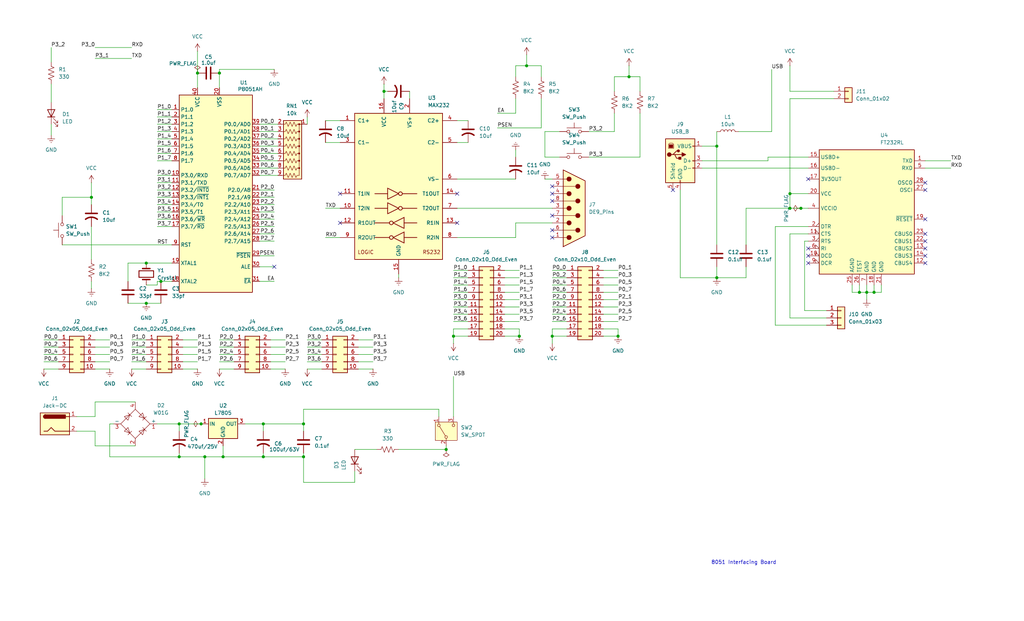
<source format=kicad_sch>
(kicad_sch (version 20250114) (generator "eeschema") (generator_version "9.0")
  (paper "USLegal")
  (lib_symbols
    (symbol "Connector:DE9_Pins" (pin_names (offset 1.016) (hide yes))
      (property "Reference" "J" (at 0 13.97 0))
      (property "Value" "DE9_Pins" (at 0 -14.605 0))
      (symbol "DE9_Pins_1_1"
        (pin passive line (at -7.62 10.16 0) (length 3.81) (name "5") (number "5"))
        (pin passive line (at -7.62 7.62 0) (length 3.81) (name "9") (number "9"))
        (pin passive line (at -7.62 5.08 0) (length 3.81) (name "4") (number "4"))
        (pin passive line (at -7.62 2.54 0) (length 3.81) (name "8") (number "8"))
        (pin passive line (at -7.62 0 0) (length 3.81) (name "3") (number "3"))
        (pin passive line (at -7.62 -2.54 0) (length 3.81) (name "7") (number "7"))
        (pin passive line (at -7.62 -5.08 0) (length 3.81) (name "2") (number "2"))
        (pin passive line (at -7.62 -7.62 0) (length 3.81) (name "6") (number "6"))
        (pin passive line (at -7.62 -10.16 0) (length 3.81) (name "1") (number "1"))
      )
    )
    (symbol "Connector:Jack-DC" (pin_names (offset 1.016))
      (property "Reference" "J" (at 0 5.334 0))
      (property "Value" "Jack-DC" (at 0 -5.08 0))
      (symbol "Jack-DC_1_1"
        (pin passive line (at 7.62 2.54 180) (length 2.54) (name "~") (number "1"))
        (pin passive line (at 7.62 -2.54 180) (length 2.54) (name "~") (number "2"))
      )
    )
    (symbol "Connector:USB_B" (pin_names (offset 1.016))
      (property "Reference" "J" (at -5.08 11.43 0))
      (property "Value" "USB_B" (at -5.08 8.89 0))
      (symbol "USB_B_1_1"
        (pin passive line (at -2.54 -10.16 90) (length 2.54) (name "Shield") (number "5"))
        (pin power_out line (at 0 -10.16 90) (length 2.54) (name "GND") (number "4"))
        (pin power_out line (at 7.62 5.08 180) (length 2.54) (name "VBUS") (number "1"))
        (pin bidirectional line (at 7.62 0 180) (length 2.54) (name "D+") (number "3"))
        (pin bidirectional line (at 7.62 -2.54 180) (length 2.54) (name "D-") (number "2"))
      )
    )
    (symbol "Connector_Generic:Conn_01x02" (pin_names (offset 1.016) (hide yes))
      (property "Reference" "J" (at 0 2.54 0))
      (property "Value" "Conn_01x02" (at 0 -5.08 0))
      (symbol "Conn_01x02_1_1"
        (pin passive line (at -5.08 0 0) (length 3.81) (name "Pin_1") (number "1"))
        (pin passive line (at -5.08 -2.54 0) (length 3.81) (name "Pin_2") (number "2"))
      )
    )
    (symbol "Connector_Generic:Conn_01x03" (pin_names (offset 1.016) (hide yes))
      (property "Reference" "J" (at 0 5.08 0))
      (property "Value" "Conn_01x03" (at 0 -5.08 0))
      (symbol "Conn_01x03_1_1"
        (pin passive line (at -5.08 2.54 0) (length 3.81) (name "Pin_1") (number "1"))
        (pin passive line (at -5.08 0 0) (length 3.81) (name "Pin_2") (number "2"))
        (pin passive line (at -5.08 -2.54 0) (length 3.81) (name "Pin_3") (number "3"))
      )
    )
    (symbol "Connector_Generic:Conn_02x05_Odd_Even" (pin_names (offset 1.016) (hide yes))
      (property "Reference" "J" (at 1.27 7.62 0))
      (property "Value" "Conn_02x05_Odd_Even" (at 1.27 -7.62 0))
      (symbol "Conn_02x05_Odd_Even_1_1"
        (pin passive line (at -5.08 5.08 0) (length 3.81) (name "Pin_1") (number "1"))
        (pin passive line (at -5.08 2.54 0) (length 3.81) (name "Pin_3") (number "3"))
        (pin passive line (at -5.08 0 0) (length 3.81) (name "Pin_5") (number "5"))
        (pin passive line (at -5.08 -2.54 0) (length 3.81) (name "Pin_7") (number "7"))
        (pin passive line (at -5.08 -5.08 0) (length 3.81) (name "Pin_9") (number "9"))
        (pin passive line (at 7.62 5.08 180) (length 3.81) (name "Pin_2") (number "2"))
        (pin passive line (at 7.62 2.54 180) (length 3.81) (name "Pin_4") (number "4"))
        (pin passive line (at 7.62 0 180) (length 3.81) (name "Pin_6") (number "6"))
        (pin passive line (at 7.62 -2.54 180) (length 3.81) (name "Pin_8") (number "8"))
        (pin passive line (at 7.62 -5.08 180) (length 3.81) (name "Pin_10") (number "10"))
      )
    )
    (symbol "Connector_Generic:Conn_02x10_Odd_Even" (pin_names (offset 1.016) (hide yes))
      (property "Reference" "J" (at 1.27 12.7 0))
      (property "Value" "Conn_02x10_Odd_Even" (at 1.27 -15.24 0))
      (symbol "Conn_02x10_Odd_Even_1_1"
        (pin passive line (at -5.08 10.16 0) (length 3.81) (name "Pin_1") (number "1"))
        (pin passive line (at -5.08 7.62 0) (length 3.81) (name "Pin_3") (number "3"))
        (pin passive line (at -5.08 5.08 0) (length 3.81) (name "Pin_5") (number "5"))
        (pin passive line (at -5.08 2.54 0) (length 3.81) (name "Pin_7") (number "7"))
        (pin passive line (at -5.08 0 0) (length 3.81) (name "Pin_9") (number "9"))
        (pin passive line (at -5.08 -2.54 0) (length 3.81) (name "Pin_11") (number "11"))
        (pin passive line (at -5.08 -5.08 0) (length 3.81) (name "Pin_13") (number "13"))
        (pin passive line (at -5.08 -7.62 0) (length 3.81) (name "Pin_15") (number "15"))
        (pin passive line (at -5.08 -10.16 0) (length 3.81) (name "Pin_17") (number "17"))
        (pin passive line (at -5.08 -12.7 0) (length 3.81) (name "Pin_19") (number "19"))
        (pin passive line (at 7.62 10.16 180) (length 3.81) (name "Pin_2") (number "2"))
        (pin passive line (at 7.62 7.62 180) (length 3.81) (name "Pin_4") (number "4"))
        (pin passive line (at 7.62 5.08 180) (length 3.81) (name "Pin_6") (number "6"))
        (pin passive line (at 7.62 2.54 180) (length 3.81) (name "Pin_8") (number "8"))
        (pin passive line (at 7.62 0 180) (length 3.81) (name "Pin_10") (number "10"))
        (pin passive line (at 7.62 -2.54 180) (length 3.81) (name "Pin_12") (number "12"))
        (pin passive line (at 7.62 -5.08 180) (length 3.81) (name "Pin_14") (number "14"))
        (pin passive line (at 7.62 -7.62 180) (length 3.81) (name "Pin_16") (number "16"))
        (pin passive line (at 7.62 -10.16 180) (length 3.81) (name "Pin_18") (number "18"))
        (pin passive line (at 7.62 -12.7 180) (length 3.81) (name "Pin_20") (number "20"))
      )
    )
    (symbol "Device:C" (pin_numbers (hide yes)) (pin_names (offset 0.254))
      (property "Reference" "C" (at 0.635 2.54 0))
      (property "Value" "C" (at 0.635 -2.54 0))
      (symbol "C_1_1"
        (pin passive line (at 0 3.81 270) (length 2.794) (name "~") (number "1"))
        (pin passive line (at 0 -3.81 90) (length 2.794) (name "~") (number "2"))
      )
    )
    (symbol "Device:C_US" (pin_numbers (hide yes)) (pin_names (offset 0.254) (hide yes))
      (property "Reference" "C" (at 0.635 2.54 0))
      (property "Value" "C_US" (at 0.635 -2.54 0))
      (symbol "C_US_1_1"
        (pin passive line (at 0 3.81 270) (length 2.794) (name "~") (number "1"))
        (pin passive line (at 0 -3.81 90) (length 3.302) (name "~") (number "2"))
      )
    )
    (symbol "Device:Crystal" (pin_numbers (hide yes)) (pin_names (offset 1.016) (hide yes))
      (property "Reference" "Y" (at 0 3.81 0))
      (property "Value" "Crystal" (at 0 -3.81 0))
      (symbol "Crystal_1_1"
        (pin passive line (at -3.81 0 0) (length 1.27) (name "1") (number "1"))
        (pin passive line (at 3.81 0 180) (length 1.27) (name "2") (number "2"))
      )
    )
    (symbol "Device:L" (pin_numbers (hide yes)) (pin_names (offset 1.016) (hide yes))
      (property "Reference" "L" (at -1.27 0 90))
      (property "Value" "L" (at 1.905 0 90))
      (symbol "L_1_1"
        (pin passive line (at 0 3.81 270) (length 1.27) (name "1") (number "1"))
        (pin passive line (at 0 -3.81 90) (length 1.27) (name "2") (number "2"))
      )
    )
    (symbol "Device:LED" (pin_numbers (hide yes)) (pin_names (offset 1.016) (hide yes))
      (property "Reference" "D" (at 0 2.54 0))
      (property "Value" "LED" (at 0 -2.54 0))
      (symbol "LED_1_1"
        (pin passive line (at -3.81 0 0) (length 2.54) (name "K") (number "1"))
        (pin passive line (at 3.81 0 180) (length 2.54) (name "A") (number "2"))
      )
    )
    (symbol "Device:R_Network08_US" (pin_names (offset 0) (hide yes))
      (property "Reference" "RN" (at -12.7 0 90))
      (property "Value" "R_Network08_US" (at 10.16 0 90))
      (symbol "R_Network08_US_1_1"
        (pin passive line (at -10.16 5.08 270) (length 2.54) (name "common") (number "1"))
        (pin passive line (at -10.16 -5.08 90) (length 1.27) (name "R1") (number "2"))
        (pin passive line (at -7.62 -5.08 90) (length 1.27) (name "R2") (number "3"))
        (pin passive line (at -5.08 -5.08 90) (length 1.27) (name "R3") (number "4"))
        (pin passive line (at -2.54 -5.08 90) (length 1.27) (name "R4") (number "5"))
        (pin passive line (at 0 -5.08 90) (length 1.27) (name "R5") (number "6"))
        (pin passive line (at 2.54 -5.08 90) (length 1.27) (name "R6") (number "7"))
        (pin passive line (at 5.08 -5.08 90) (length 1.27) (name "R7") (number "8"))
        (pin passive line (at 7.62 -5.08 90) (length 1.27) (name "R8") (number "9"))
      )
    )
    (symbol "Device:R_US" (pin_numbers (hide yes)) (pin_names (offset 0))
      (property "Reference" "R" (at 2.54 0 90))
      (property "Value" "R_US" (at -2.54 0 90))
      (symbol "R_US_1_1"
        (pin passive line (at 0 3.81 270) (length 1.27) (name "~") (number "1"))
        (pin passive line (at 0 -3.81 90) (length 1.27) (name "~") (number "2"))
      )
    )
    (symbol "Diode_Bridge:W01G" (pin_names (offset 0))
      (property "Reference" "D" (at 2.54 6.985 0))
      (property "Value" "W01G" (at 2.54 5.08 0))
      (symbol "W01G_1_1"
        (pin passive line (at -7.62 0 0) (length 2.54) (name "-") (number "3"))
        (pin passive line (at 0 7.62 270) (length 2.54) (name "~") (number "4"))
        (pin passive line (at 0 -7.62 90) (length 2.54) (name "~") (number "2"))
        (pin passive line (at 7.62 0 180) (length 2.54) (name "+") (number "1"))
      )
    )
    (symbol "Interface_UART:MAX232" (pin_names (offset 1.016))
      (property "Reference" "U3" (at 10.16 30.734 0))
      (property "Value" "MAX232" (at 10.16 28.194 0))
      (symbol "MAX232_0_0"
        (text "LOGIC" (at -11.43 -22.86 0) (effects (font (size 1.27 1.27))))
        (text "RS232" (at 11.43 -22.86 0) (effects (font (size 1.27 1.27))))
      )
      (symbol "MAX232_1_1"
        (pin passive line (at -20.32 22.86 0) (length 5.08) (name "C1+") (number "1"))
        (pin passive line (at -20.32 15.24 0) (length 5.08) (name "C1-") (number "3"))
        (pin input line (at -20.32 -2.54 0) (length 5.08) (name "T1IN") (number "11"))
        (pin input line (at -20.32 -7.62 0) (length 5.08) (name "T2IN") (number "10"))
        (pin output line (at -20.32 -12.7 0) (length 5.08) (name "R1OUT") (number "12"))
        (pin output line (at -20.32 -17.78 0) (length 5.08) (name "R2OUT") (number "9"))
        (pin power_in line (at -5.08 30.48 270) (length 5.08) (name "VCC") (number "16"))
        (pin power_in line (at 0 -30.48 90) (length 5.08) (name "GND") (number "15"))
        (pin power_out line (at 3.81 30.48 270) (length 5.08) (name "VS+") (number "2"))
        (pin passive line (at 20.32 22.86 180) (length 5.08) (name "C2+") (number "4"))
        (pin passive line (at 20.32 15.24 180) (length 5.08) (name "C2-") (number "5"))
        (pin power_out line (at 20.32 2.54 180) (length 5.08) (name "VS-") (number "6"))
        (pin output line (at 20.32 -2.54 180) (length 5.08) (name "T1OUT") (number "14"))
        (pin output line (at 20.32 -7.62 180) (length 5.08) (name "T2OUT") (number "7"))
        (pin input line (at 20.32 -12.7 180) (length 5.08) (name "R1IN") (number "13"))
        (pin input line (at 20.32 -17.78 180) (length 5.08) (name "R2IN") (number "8"))
      )
    )
    (symbol "Interface_USB:FT232RL"
      (property "Reference" "U2" (at 4.6833 26.67 0))
      (property "Value" "FT232RL" (at 4.6833 24.13 0))
      (symbol "FT232RL_1_1"
        (pin bidirectional line (at -20.32 19.05 0) (length 3.81) (name "USBD+") (number "15"))
        (pin bidirectional line (at -20.32 15.24 0) (length 3.81) (name "USBD-") (number "16"))
        (pin power_out line (at -20.32 11.43 0) (length 3.81) (name "3V3OUT") (number "17"))
        (pin power_in line (at -20.32 6.35 0) (length 3.81) (name "VCC") (number "20"))
        (pin power_in line (at -20.32 1.27 0) (length 3.81) (name "VCCIO") (number "4"))
        (pin output output_low (at -20.32 -5.08 0) (length 3.81) (name "DTR") (number "2"))
        (pin input input_low (at -20.32 -7.62 0) (length 3.81) (name "CTS") (number "11"))
        (pin output output_low (at -20.32 -10.16 0) (length 3.81) (name "RTS") (number "3"))
        (pin input input_low (at -20.32 -12.7 0) (length 3.81) (name "RI") (number "6"))
        (pin input input_low (at -20.32 -15.24 0) (length 3.81) (name "DCD") (number "10"))
        (pin input input_low (at -20.32 -17.78 0) (length 3.81) (name "DCR") (number "9"))
        (pin power_in line (at -5.08 -25.4 90) (length 3.81) (name "AGND") (number "25"))
        (pin input line (at -2.54 -25.4 90) (length 3.81) (name "TEST") (number "26"))
        (pin power_in line (at 0 -25.4 90) (length 3.81) (name "GND") (number "7"))
        (pin power_in line (at 2.54 -25.4 90) (length 3.81) (name "GND") (number "18"))
        (pin power_in line (at 5.08 -25.4 90) (length 3.81) (name "GND") (number "21"))
        (pin output line (at 20.32 17.78 180) (length 3.81) (name "TXD") (number "1"))
        (pin input line (at 20.32 15.24 180) (length 3.81) (name "RXD") (number "5"))
        (pin output line (at 20.32 10.16 180) (length 3.81) (name "OSCO") (number "28"))
        (pin input line (at 20.32 7.62 180) (length 3.81) (name "OSCI") (number "27"))
        (pin input line (at 20.32 -2.54 180) (length 3.81) (name "~{RESET}") (number "19"))
        (pin bidirectional line (at 20.32 -7.62 180) (length 3.81) (name "CBUS0") (number "23"))
        (pin bidirectional line (at 20.32 -10.16 180) (length 3.81) (name "CBUS1") (number "22"))
        (pin bidirectional line (at 20.32 -12.7 180) (length 3.81) (name "CBUS2") (number "13"))
        (pin bidirectional line (at 20.32 -15.24 180) (length 3.81) (name "CBUS3") (number "14"))
        (pin bidirectional line (at 20.32 -17.78 180) (length 3.81) (name "CBUS4") (number "12"))
      )
    )
    (symbol "MCU_Intel:P8051AH"
      (property "Reference" "U4" (at 8.382 37.338 0))
      (property "Value" "P8051AH" (at 7.62 35.052 0))
      (symbol "P8051AH_1_0"
        (pin bidirectional line (at -15.24 22.86 0) (length 2.54) (name "P1.2") (number "3"))
      )
      (symbol "P8051AH_1_1"
        (pin bidirectional line (at -15.24 27.94 0) (length 2.54) (name "P1.0") (number "1"))
        (pin bidirectional line (at -15.24 25.4 0) (length 2.54) (name "P1.1") (number "2"))
        (pin bidirectional line (at -15.24 20.32 0) (length 2.54) (name "P1.3") (number "4"))
        (pin bidirectional line (at -15.24 17.78 0) (length 2.54) (name "P1.4") (number "5"))
        (pin bidirectional line (at -15.24 15.24 0) (length 2.54) (name "P1.5") (number "6"))
        (pin bidirectional line (at -15.24 12.7 0) (length 2.54) (name "P1.6") (number "7"))
        (pin bidirectional line (at -15.24 10.16 0) (length 2.54) (name "P1.7") (number "8"))
        (pin bidirectional line (at -15.24 5.08 0) (length 2.54) (name "P3.0/RXD") (number "10"))
        (pin bidirectional line (at -15.24 2.54 0) (length 2.54) (name "P3.1/TXD") (number "11"))
        (pin bidirectional line (at -15.24 0 0) (length 2.54) (name "P3.2/~{INT0}") (number "12"))
        (pin bidirectional line (at -15.24 -2.54 0) (length 2.54) (name "P3.3/~{INT1}") (number "13"))
        (pin bidirectional line (at -15.24 -5.08 0) (length 2.54) (name "P3.4/T0") (number "14"))
        (pin bidirectional line (at -15.24 -7.62 0) (length 2.54) (name "P3.5/T1") (number "15"))
        (pin bidirectional line (at -15.24 -10.16 0) (length 2.54) (name "P3.6/~{WR}") (number "16"))
        (pin bidirectional line (at -15.24 -12.7 0) (length 2.54) (name "P3.7/~{RD}") (number "17"))
        (pin input line (at -15.24 -19.05 0) (length 2.54) (name "RST") (number "9"))
        (pin input line (at -15.24 -25.4 0) (length 2.54) (name "XTAL1") (number "19"))
        (pin output line (at -15.24 -31.75 0) (length 2.54) (name "XTAL2") (number "18"))
        (pin power_in line (at -6.35 35.56 270) (length 2.54) (name "VCC") (number "40"))
        (pin power_in line (at 1.27 35.56 270) (length 2.54) (name "VSS") (number "20"))
        (pin bidirectional line (at 15.24 22.86 180) (length 2.54) (name "P0.0/AD0") (number "39"))
        (pin bidirectional line (at 15.24 20.32 180) (length 2.54) (name "P0.1/AD1") (number "38"))
        (pin bidirectional line (at 15.24 17.78 180) (length 2.54) (name "P0.2/AD2") (number "37"))
        (pin bidirectional line (at 15.24 15.24 180) (length 2.54) (name "P0.3/AD3") (number "36"))
        (pin bidirectional line (at 15.24 12.7 180) (length 2.54) (name "P0.4/AD4") (number "35"))
        (pin bidirectional line (at 15.24 10.16 180) (length 2.54) (name "P0.5/AD5") (number "34"))
        (pin bidirectional line (at 15.24 7.62 180) (length 2.54) (name "P0.6/AD6") (number "33"))
        (pin bidirectional line (at 15.24 5.08 180) (length 2.54) (name "P0.7/AD7") (number "32"))
        (pin bidirectional line (at 15.24 0 180) (length 2.54) (name "P2.0/A8") (number "21"))
        (pin bidirectional line (at 15.24 -2.54 180) (length 2.54) (name "P2.1/A9") (number "22"))
        (pin bidirectional line (at 15.24 -5.08 180) (length 2.54) (name "P2.2/A10") (number "23"))
        (pin bidirectional line (at 15.24 -7.62 180) (length 2.54) (name "P2.3/A11") (number "24"))
        (pin bidirectional line (at 15.24 -10.16 180) (length 2.54) (name "P2.4/A12") (number "25"))
        (pin bidirectional line (at 15.24 -12.7 180) (length 2.54) (name "P2.5/A13") (number "26"))
        (pin bidirectional line (at 15.24 -15.24 180) (length 2.54) (name "P2.6/A14") (number "27"))
        (pin bidirectional line (at 15.24 -17.78 180) (length 2.54) (name "P2.7/A15") (number "28"))
        (pin output line (at 15.24 -22.86 180) (length 2.54) (name "~{PSEN}") (number "29"))
        (pin output line (at 15.24 -26.67 180) (length 2.54) (name "ALE") (number "30"))
        (pin input line (at 15.24 -31.75 180) (length 2.54) (name "~{EA}") (number "31"))
      )
    )
    (symbol "Regulator_Linear:L7805" (pin_names (offset 0.254))
      (property "Reference" "U" (at -3.81 3.175 0))
      (property "Value" "L7805" (at 0 3.175 0))
      (symbol "L7805_1_1"
        (pin power_in line (at -7.62 0 0) (length 2.54) (name "IN") (number "1"))
        (pin power_in line (at 0 -7.62 90) (length 2.54) (name "GND") (number "2"))
        (pin power_out line (at 7.62 0 180) (length 2.54) (name "OUT") (number "3"))
      )
    )
    (symbol "Switch:SW_Push" (pin_numbers (hide yes)) (pin_names (offset 1.016) (hide yes))
      (property "Reference" "SW" (at 1.27 2.54 0))
      (property "Value" "SW_Push" (at 0 -1.524 0))
      (symbol "SW_Push_0_1"
        (pin passive line (at -5.08 0 0) (length 2.54) (name "1") (number "1"))
        (pin passive line (at 5.08 0 180) (length 2.54) (name "2") (number "2"))
      )
    )
    (symbol "Switch:SW_SPDT" (pin_names (offset 0) (hide yes))
      (property "Reference" "SW" (at 0 5.08 0))
      (property "Value" "SW_SPDT" (at 0 -5.08 0))
      (symbol "SW_SPDT_1_1"
        (pin passive line (at -5.08 0 0) (length 2.54) (name "B") (number "2"))
        (pin passive line (at 5.08 2.54 180) (length 2.54) (name "A") (number "1"))
        (pin passive line (at 5.08 -2.54 180) (length 2.54) (name "C") (number "3"))
      )
    )
    (symbol "power:Earth" (power) (pin_numbers (hide yes)) (pin_names (offset 0) (hide yes))
      (property "Value" "Earth" (at 0 -3.81 0))
      (symbol "Earth_1_1"
        (pin power_in line (at 0 0 270) (length 0) (name "~") (number "1"))
      )
    )
    (symbol "power:PWR_FLAG" (power) (pin_numbers (hide yes)) (pin_names (offset 0) (hide yes))
      (property "Value" "PWR_FLAG" (at 0 3.81 0))
      (symbol "PWR_FLAG_0_0"
        (pin power_out line (at 0 0 90) (length 0) (name "~") (number "1"))
      )
    )
    (symbol "power:VCC" (power) (pin_numbers (hide yes)) (pin_names (offset 0) (hide yes))
      (property "Value" "VCC" (at 0 3.556 0))
      (symbol "VCC_1_1"
        (pin power_in line (at 0 0 90) (length 0) (name "~") (number "1"))
      )
    )
  )
  (text "8051 Interfacing Board" (at 258.318 195.58 0) (effects (font (size 1.27 1.27))))
  (text "07-01-2026" (at 231.394 271.018 0) (effects (font (size 1.27 1.27))))
  (junction (at 274.32 72.39))
  (junction (at 300.99 101.6))
  (junction (at 31.75 68.58))
  (junction (at 218.44 26.67))
  (junction (at 91.44 147.32))
  (junction (at 278.13 72.39))
  (junction (at 105.41 147.32))
  (junction (at 248.92 50.8))
  (junction (at 71.12 158.75))
  (junction (at 69.85 147.32))
  (junction (at 154.94 156.21))
  (junction (at 274.32 67.31))
  (junction (at 50.8 105.41))
  (junction (at 76.2 25.4))
  (junction (at 62.23 147.32))
  (junction (at 180.34 116.84))
  (junction (at 62.23 158.75))
  (junction (at 55.88 97.79))
  (junction (at 182.88 22.86))
  (junction (at 191.77 116.84))
  (junction (at 50.8 91.44))
  (junction (at 133.35 31.75))
  (junction (at 105.41 158.75))
  (junction (at 214.63 116.84))
  (junction (at 157.48 116.84))
  (junction (at 248.92 96.52))
  (junction (at 298.45 101.6))
  (junction (at 91.44 158.75))
  (junction (at 68.58 25.4))
  (junction (at 303.53 101.6))
  (junction (at 77.47 158.75))
  (no_connect (at 118.11 67.31))
  (no_connect (at 191.77 74.93))
  (no_connect (at 158.75 67.31))
  (no_connect (at 280.67 62.23))
  (no_connect (at 191.77 82.55))
  (no_connect (at 321.31 63.5))
  (no_connect (at 191.77 80.01))
  (no_connect (at 191.77 64.77))
  (no_connect (at 280.67 86.36))
  (no_connect (at 321.31 81.28))
  (no_connect (at 321.31 88.9))
  (no_connect (at 321.31 83.82))
  (no_connect (at 321.31 76.2))
  (no_connect (at 321.31 66.04))
  (no_connect (at 280.67 91.44))
  (no_connect (at 191.77 69.85))
  (no_connect (at 233.68 66.04))
  (no_connect (at 280.67 88.9))
  (no_connect (at 321.31 86.36))
  (no_connect (at 321.31 91.44))
  (no_connect (at 118.11 77.47))
  (no_connect (at 191.77 67.31))
  (no_connect (at 158.75 77.47))
  (no_connect (at 95.25 92.71))
  (wire (pts (xy 54.61 55.88) (xy 59.69 55.88)))
  (wire (pts (xy 274.32 110.49) (xy 287.02 110.49)))
  (wire (pts (xy 105.41 157.48) (xy 105.41 158.75)))
  (wire (pts (xy 218.44 22.86) (xy 218.44 26.67)))
  (wire (pts (xy 45.72 128.27) (xy 50.8 128.27)))
  (wire (pts (xy 187.96 34.29) (xy 187.96 44.45)))
  (wire (pts (xy 194.31 45.72) (xy 189.23 45.72)))
  (wire (pts (xy 17.78 29.21) (xy 17.78 35.56)))
  (wire (pts (xy 38.1 147.32) (xy 38.1 158.75)))
  (wire (pts (xy 209.55 116.84) (xy 214.63 116.84)))
  (wire (pts (xy 54.61 63.5) (xy 59.69 63.5)))
  (wire (pts (xy 105.41 149.86) (xy 105.41 147.32)))
  (wire (pts (xy 321.31 55.88) (xy 330.2 55.88)))
  (wire (pts (xy 124.46 128.27) (xy 129.54 128.27)))
  (wire (pts (xy 26.67 144.78) (xy 33.02 144.78)))
  (wire (pts (xy 222.25 26.67) (xy 222.25 31.75)))
  (wire (pts (xy 158.75 41.91) (xy 162.56 41.91)))
  (wire (pts (xy 248.92 96.52) (xy 259.08 96.52)))
  (wire (pts (xy 15.24 123.19) (xy 20.32 123.19)))
  (wire (pts (xy 85.09 147.32) (xy 91.44 147.32)))
  (wire (pts (xy 76.2 24.13) (xy 95.25 24.13)))
  (wire (pts (xy 54.61 97.79) (xy 55.88 97.79)))
  (wire (pts (xy 191.77 104.14) (xy 196.85 104.14)))
  (wire (pts (xy 76.2 125.73) (xy 81.28 125.73)))
  (wire (pts (xy 280.67 81.28) (xy 274.32 81.28)))
  (wire (pts (xy 138.43 156.21) (xy 154.94 156.21)))
  (wire (pts (xy 105.41 158.75) (xy 91.44 158.75)))
  (wire (pts (xy 191.77 96.52) (xy 196.85 96.52)))
  (wire (pts (xy 213.36 26.67) (xy 218.44 26.67)))
  (wire (pts (xy 33.02 144.78) (xy 33.02 139.7)))
  (wire (pts (xy 243.84 50.8) (xy 248.92 50.8)))
  (wire (pts (xy 157.48 114.3) (xy 157.48 116.84)))
  (wire (pts (xy 269.24 113.03) (xy 287.02 113.03)))
  (wire (pts (xy 45.72 118.11) (xy 50.8 118.11)))
  (wire (pts (xy 175.26 99.06) (xy 180.34 99.06)))
  (wire (pts (xy 38.1 158.75) (xy 62.23 158.75)))
  (wire (pts (xy 90.17 97.79) (xy 95.25 97.79)))
  (wire (pts (xy 158.75 49.53) (xy 162.56 49.53)))
  (wire (pts (xy 55.88 97.79) (xy 59.69 97.79)))
  (wire (pts (xy 175.26 93.98) (xy 180.34 93.98)))
  (wire (pts (xy 191.77 114.3) (xy 196.85 114.3)))
  (wire (pts (xy 269.24 78.74) (xy 269.24 113.03)))
  (wire (pts (xy 133.35 31.75) (xy 134.62 31.75)))
  (wire (pts (xy 105.41 167.64) (xy 105.41 158.75)))
  (wire (pts (xy 187.96 22.86) (xy 187.96 26.67)))
  (wire (pts (xy 54.61 60.96) (xy 59.69 60.96)))
  (wire (pts (xy 45.72 120.65) (xy 50.8 120.65)))
  (wire (pts (xy 44.45 105.41) (xy 50.8 105.41)))
  (wire (pts (xy 91.44 157.48) (xy 91.44 158.75)))
  (wire (pts (xy 31.75 78.74) (xy 31.75 90.17)))
  (wire (pts (xy 189.23 54.61) (xy 194.31 54.61)))
  (wire (pts (xy 71.12 158.75) (xy 77.47 158.75)))
  (wire (pts (xy 218.44 26.67) (xy 222.25 26.67)))
  (wire (pts (xy 124.46 120.65) (xy 129.54 120.65)))
  (wire (pts (xy 209.55 99.06) (xy 214.63 99.06)))
  (wire (pts (xy 21.59 74.93) (xy 21.59 68.58)))
  (wire (pts (xy 213.36 31.75) (xy 213.36 26.67)))
  (wire (pts (xy 45.72 125.73) (xy 50.8 125.73)))
  (wire (pts (xy 157.48 93.98) (xy 162.56 93.98)))
  (wire (pts (xy 54.61 43.18) (xy 59.69 43.18)))
  (wire (pts (xy 243.84 58.42) (xy 280.67 58.42)))
  (wire (pts (xy 204.47 45.72) (xy 213.36 45.72)))
  (wire (pts (xy 191.77 93.98) (xy 196.85 93.98)))
  (wire (pts (xy 93.98 125.73) (xy 99.06 125.73)))
  (wire (pts (xy 289.56 34.29) (xy 274.32 34.29)))
  (wire (pts (xy 50.8 105.41) (xy 55.88 105.41)))
  (wire (pts (xy 106.68 125.73) (xy 111.76 125.73)))
  (wire (pts (xy 266.7 54.61) (xy 280.67 54.61)))
  (wire (pts (xy 274.32 81.28) (xy 274.32 110.49)))
  (wire (pts (xy 300.99 101.6) (xy 300.99 104.14)))
  (wire (pts (xy 303.53 101.6) (xy 306.07 101.6)))
  (wire (pts (xy 214.63 114.3) (xy 214.63 116.84)))
  (wire (pts (xy 189.23 45.72) (xy 189.23 54.61)))
  (wire (pts (xy 175.26 114.3) (xy 180.34 114.3)))
  (wire (pts (xy 93.98 120.65) (xy 99.06 120.65)))
  (wire (pts (xy 33.02 120.65) (xy 38.1 120.65)))
  (wire (pts (xy 209.55 114.3) (xy 214.63 114.3)))
  (wire (pts (xy 54.61 71.12) (xy 59.69 71.12)))
  (wire (pts (xy 17.78 43.18) (xy 17.78 46.99)))
  (wire (pts (xy 123.19 167.64) (xy 105.41 167.64)))
  (wire (pts (xy 289.56 31.75) (xy 274.32 31.75)))
  (wire (pts (xy 222.25 39.37) (xy 222.25 54.61)))
  (wire (pts (xy 90.17 53.34) (xy 96.52 53.34)))
  (wire (pts (xy 274.32 67.31) (xy 280.67 67.31)))
  (wire (pts (xy 175.26 106.68) (xy 180.34 106.68)))
  (wire (pts (xy 33.02 20.32) (xy 45.72 20.32)))
  (wire (pts (xy 15.24 118.11) (xy 20.32 118.11)))
  (wire (pts (xy 90.17 71.12) (xy 95.25 71.12)))
  (wire (pts (xy 236.22 96.52) (xy 248.92 96.52)))
  (wire (pts (xy 106.68 123.19) (xy 111.76 123.19)))
  (wire (pts (xy 54.61 147.32) (xy 62.23 147.32)))
  (wire (pts (xy 54.61 38.1) (xy 59.69 38.1)))
  (wire (pts (xy 295.91 99.06) (xy 295.91 101.6)))
  (wire (pts (xy 278.13 72.39) (xy 280.67 72.39)))
  (wire (pts (xy 175.26 111.76) (xy 180.34 111.76)))
  (wire (pts (xy 63.5 123.19) (xy 68.58 123.19)))
  (wire (pts (xy 54.61 76.2) (xy 59.69 76.2)))
  (wire (pts (xy 76.2 118.11) (xy 81.28 118.11)))
  (wire (pts (xy 175.26 104.14) (xy 180.34 104.14)))
  (wire (pts (xy 306.07 101.6) (xy 306.07 99.06)))
  (wire (pts (xy 15.24 120.65) (xy 20.32 120.65)))
  (wire (pts (xy 179.07 22.86) (xy 182.88 22.86)))
  (wire (pts (xy 157.48 99.06) (xy 162.56 99.06)))
  (wire (pts (xy 182.88 22.86) (xy 187.96 22.86)))
  (wire (pts (xy 90.17 81.28) (xy 95.25 81.28)))
  (wire (pts (xy 90.17 50.8) (xy 96.52 50.8)))
  (wire (pts (xy 209.55 106.68) (xy 214.63 106.68)))
  (wire (pts (xy 209.55 111.76) (xy 214.63 111.76)))
  (wire (pts (xy 274.32 72.39) (xy 278.13 72.39)))
  (wire (pts (xy 279.4 83.82) (xy 279.4 107.95)))
  (wire (pts (xy 33.02 139.7) (xy 46.99 139.7)))
  (wire (pts (xy 175.26 116.84) (xy 180.34 116.84)))
  (wire (pts (xy 105.41 147.32) (xy 91.44 147.32)))
  (wire (pts (xy 138.43 95.25) (xy 138.43 96.52)))
  (wire (pts (xy 77.47 158.75) (xy 91.44 158.75)))
  (wire (pts (xy 157.48 130.81) (xy 157.48 144.78)))
  (wire (pts (xy 123.19 163.83) (xy 123.19 167.64)))
  (wire (pts (xy 191.77 111.76) (xy 196.85 111.76)))
  (wire (pts (xy 191.77 116.84) (xy 196.85 116.84)))
  (wire (pts (xy 90.17 43.18) (xy 96.52 43.18)))
  (wire (pts (xy 321.31 58.42) (xy 330.2 58.42)))
  (wire (pts (xy 54.61 68.58) (xy 59.69 68.58)))
  (wire (pts (xy 303.53 99.06) (xy 303.53 101.6)))
  (wire (pts (xy 274.32 34.29) (xy 274.32 67.31)))
  (wire (pts (xy 54.61 45.72) (xy 59.69 45.72)))
  (wire (pts (xy 133.35 29.21) (xy 133.35 31.75)))
  (wire (pts (xy 54.61 48.26) (xy 59.69 48.26)))
  (wire (pts (xy 157.48 111.76) (xy 162.56 111.76)))
  (wire (pts (xy 93.98 128.27) (xy 99.06 128.27)))
  (wire (pts (xy 113.03 41.91) (xy 118.11 41.91)))
  (wire (pts (xy 106.68 128.27) (xy 111.76 128.27)))
  (wire (pts (xy 175.26 96.52) (xy 180.34 96.52)))
  (wire (pts (xy 279.4 107.95) (xy 287.02 107.95)))
  (wire (pts (xy 90.17 88.9) (xy 95.25 88.9)))
  (wire (pts (xy 213.36 45.72) (xy 213.36 39.37)))
  (wire (pts (xy 63.5 125.73) (xy 68.58 125.73)))
  (wire (pts (xy 256.54 45.72) (xy 267.97 45.72)))
  (wire (pts (xy 90.17 83.82) (xy 95.25 83.82)))
  (wire (pts (xy 172.72 39.37) (xy 179.07 39.37)))
  (wire (pts (xy 298.45 99.06) (xy 298.45 101.6)))
  (wire (pts (xy 123.19 156.21) (xy 130.81 156.21)))
  (wire (pts (xy 191.77 106.68) (xy 196.85 106.68)))
  (wire (pts (xy 259.08 72.39) (xy 274.32 72.39)))
  (wire (pts (xy 191.77 116.84) (xy 191.77 119.38)))
  (wire (pts (xy 209.55 101.6) (xy 214.63 101.6)))
  (wire (pts (xy 179.07 82.55) (xy 158.75 82.55)))
  (wire (pts (xy 209.55 96.52) (xy 214.63 96.52)))
  (wire (pts (xy 44.45 91.44) (xy 44.45 97.79)))
  (wire (pts (xy 77.47 154.94) (xy 77.47 158.75)))
  (wire (pts (xy 33.02 123.19) (xy 38.1 123.19)))
  (wire (pts (xy 90.17 48.26) (xy 96.52 48.26)))
  (wire (pts (xy 157.48 96.52) (xy 162.56 96.52)))
  (wire (pts (xy 33.02 125.73) (xy 38.1 125.73)))
  (wire (pts (xy 172.72 44.45) (xy 187.96 44.45)))
  (wire (pts (xy 71.12 158.75) (xy 71.12 166.37)))
  (wire (pts (xy 31.75 68.58) (xy 31.75 71.12)))
  (wire (pts (xy 90.17 92.71) (xy 95.25 92.71)))
  (wire (pts (xy 154.94 156.21) (xy 154.94 154.94)))
  (wire (pts (xy 76.2 120.65) (xy 81.28 120.65)))
  (wire (pts (xy 90.17 66.04) (xy 95.25 66.04)))
  (wire (pts (xy 45.72 123.19) (xy 50.8 123.19)))
  (wire (pts (xy 31.75 97.79) (xy 31.75 100.33)))
  (wire (pts (xy 39.37 147.32) (xy 38.1 147.32)))
  (wire (pts (xy 21.59 85.09) (xy 59.69 85.09)))
  (wire (pts (xy 76.2 25.4) (xy 76.2 24.13)))
  (wire (pts (xy 33.02 149.86) (xy 33.02 154.94)))
  (wire (pts (xy 62.23 158.75) (xy 71.12 158.75)))
  (wire (pts (xy 222.25 54.61) (xy 204.47 54.61)))
  (wire (pts (xy 54.61 66.04) (xy 59.69 66.04)))
  (wire (pts (xy 157.48 104.14) (xy 162.56 104.14)))
  (wire (pts (xy 54.61 99.06) (xy 54.61 97.79)))
  (wire (pts (xy 15.24 125.73) (xy 20.32 125.73)))
  (wire (pts (xy 124.46 123.19) (xy 129.54 123.19)))
  (wire (pts (xy 62.23 147.32) (xy 69.85 147.32)))
  (wire (pts (xy 191.77 114.3) (xy 191.77 116.84)))
  (wire (pts (xy 248.92 50.8) (xy 248.92 85.09)))
  (wire (pts (xy 15.24 128.27) (xy 20.32 128.27)))
  (wire (pts (xy 248.92 45.72) (xy 248.92 50.8)))
  (wire (pts (xy 76.2 25.4) (xy 76.2 30.48)))
  (wire (pts (xy 63.5 118.11) (xy 68.58 118.11)))
  (wire (pts (xy 54.61 73.66) (xy 59.69 73.66)))
  (wire (pts (xy 90.17 76.2) (xy 95.25 76.2)))
  (wire (pts (xy 44.45 91.44) (xy 50.8 91.44)))
  (wire (pts (xy 133.35 34.29) (xy 133.35 31.75)))
  (wire (pts (xy 68.58 17.78) (xy 68.58 25.4)))
  (wire (pts (xy 54.61 78.74) (xy 59.69 78.74)))
  (wire (pts (xy 175.26 101.6) (xy 180.34 101.6)))
  (wire (pts (xy 209.55 109.22) (xy 214.63 109.22)))
  (wire (pts (xy 142.24 31.75) (xy 142.24 34.29)))
  (wire (pts (xy 93.98 123.19) (xy 99.06 123.19)))
  (wire (pts (xy 179.07 77.47) (xy 191.77 77.47)))
  (wire (pts (xy 63.5 128.27) (xy 68.58 128.27)))
  (wire (pts (xy 31.75 63.5) (xy 31.75 68.58)))
  (wire (pts (xy 90.17 78.74) (xy 95.25 78.74)))
  (wire (pts (xy 248.92 92.71) (xy 248.92 96.52)))
  (wire (pts (xy 300.99 99.06) (xy 300.99 101.6)))
  (wire (pts (xy 50.8 91.44) (xy 59.69 91.44)))
  (wire (pts (xy 298.45 101.6) (xy 300.99 101.6)))
  (wire (pts (xy 259.08 85.09) (xy 259.08 72.39)))
  (wire (pts (xy 179.07 34.29) (xy 179.07 39.37)))
  (wire (pts (xy 33.02 118.11) (xy 38.1 118.11)))
  (wire (pts (xy 62.23 149.86) (xy 62.23 147.32)))
  (wire (pts (xy 267.97 24.13) (xy 267.97 45.72)))
  (wire (pts (xy 63.5 120.65) (xy 68.58 120.65)))
  (wire (pts (xy 157.48 106.68) (xy 162.56 106.68)))
  (wire (pts (xy 280.67 83.82) (xy 279.4 83.82)))
  (wire (pts (xy 21.59 68.58) (xy 31.75 68.58)))
  (wire (pts (xy 90.17 68.58) (xy 95.25 68.58)))
  (wire (pts (xy 76.2 123.19) (xy 81.28 123.19)))
  (wire (pts (xy 113.03 49.53) (xy 118.11 49.53)))
  (wire (pts (xy 93.98 118.11) (xy 99.06 118.11)))
  (wire (pts (xy 180.34 114.3) (xy 180.34 116.84)))
  (wire (pts (xy 76.2 128.27) (xy 81.28 128.27)))
  (wire (pts (xy 259.08 96.52) (xy 259.08 92.71)))
  (wire (pts (xy 33.02 16.51) (xy 45.72 16.51)))
  (wire (pts (xy 191.77 99.06) (xy 196.85 99.06)))
  (wire (pts (xy 157.48 116.84) (xy 157.48 119.38)))
  (wire (pts (xy 209.55 104.14) (xy 214.63 104.14)))
  (wire (pts (xy 191.77 101.6) (xy 196.85 101.6)))
  (wire (pts (xy 236.22 66.04) (xy 236.22 96.52)))
  (wire (pts (xy 158.75 62.23) (xy 179.07 62.23)))
  (wire (pts (xy 157.48 116.84) (xy 162.56 116.84)))
  (wire (pts (xy 54.61 40.64) (xy 59.69 40.64)))
  (wire (pts (xy 266.7 55.88) (xy 266.7 54.61)))
  (wire (pts (xy 152.4 144.78) (xy 152.4 142.24)))
  (wire (pts (xy 90.17 45.72) (xy 96.52 45.72)))
  (wire (pts (xy 209.55 93.98) (xy 214.63 93.98)))
  (wire (pts (xy 179.07 77.47) (xy 179.07 82.55)))
  (wire (pts (xy 113.03 82.55) (xy 118.11 82.55)))
  (wire (pts (xy 243.84 55.88) (xy 266.7 55.88)))
  (wire (pts (xy 152.4 142.24) (xy 105.41 142.24)))
  (wire (pts (xy 157.48 114.3) (xy 162.56 114.3)))
  (wire (pts (xy 274.32 72.39) (xy 274.32 67.31)))
  (wire (pts (xy 68.58 25.4) (xy 68.58 30.48)))
  (wire (pts (xy 90.17 55.88) (xy 96.52 55.88)))
  (wire (pts (xy 113.03 72.39) (xy 118.11 72.39)))
  (wire (pts (xy 106.68 40.64) (xy 106.68 43.18)))
  (wire (pts (xy 158.75 72.39) (xy 191.77 72.39)))
  (wire (pts (xy 124.46 118.11) (xy 129.54 118.11)))
  (wire (pts (xy 54.61 50.8) (xy 59.69 50.8)))
  (wire (pts (xy 62.23 157.48) (xy 62.23 158.75)))
  (wire (pts (xy 90.17 73.66) (xy 95.25 73.66)))
  (wire (pts (xy 157.48 101.6) (xy 162.56 101.6)))
  (wire (pts (xy 17.78 16.51) (xy 17.78 21.59)))
  (wire (pts (xy 274.32 22.86) (xy 274.32 31.75)))
  (wire (pts (xy 191.77 109.22) (xy 196.85 109.22)))
  (wire (pts (xy 106.68 118.11) (xy 111.76 118.11)))
  (wire (pts (xy 175.26 109.22) (xy 180.34 109.22)))
  (wire (pts (xy 182.88 19.05) (xy 182.88 22.86)))
  (wire (pts (xy 179.07 26.67) (xy 179.07 22.86)))
  (wire (pts (xy 91.44 147.32) (xy 91.44 149.86)))
  (wire (pts (xy 26.67 149.86) (xy 33.02 149.86)))
  (wire (pts (xy 33.02 154.94) (xy 46.99 154.94)))
  (wire (pts (xy 124.46 125.73) (xy 129.54 125.73)))
  (wire (pts (xy 295.91 101.6) (xy 298.45 101.6)))
  (wire (pts (xy 280.67 78.74) (xy 269.24 78.74)))
  (wire (pts (xy 54.61 53.34) (xy 59.69 53.34)))
  (wire (pts (xy 105.41 142.24) (xy 105.41 147.32)))
  (wire (pts (xy 179.07 52.07) (xy 179.07 54.61)))
  (wire (pts (xy 106.68 120.65) (xy 111.76 120.65)))
  (wire (pts (xy 189.23 62.23) (xy 191.77 62.23)))
  (wire (pts (xy 50.8 99.06) (xy 54.61 99.06)))
  (wire (pts (xy 90.17 58.42) (xy 96.52 58.42)))
  (wire (pts (xy 157.48 109.22) (xy 162.56 109.22)))
  (wire (pts (xy 300.99 101.6) (xy 303.53 101.6)))
  (wire (pts (xy 33.02 128.27) (xy 38.1 128.27)))
  (wire (pts (xy 90.17 60.96) (xy 96.52 60.96)))
  (label "P0_1" (at 38.1 118.11 0))
  (label "P1_5" (at 54.61 50.8 0))
  (label "P1_0" (at 54.61 38.1 0))
  (label "P3_2" (at 106.68 120.65 0))
  (label "P3_7" (at 54.61 78.74 0))
  (label "P0_6" (at 15.24 125.73 0))
  (label "P2_5" (at 99.06 123.19 0))
  (label "P0_4" (at 15.24 123.19 0))
  (label "P2_1" (at 99.06 118.11 0))
  (label "P3_1" (at 33.02 20.32 0))
  (label "P3_2" (at 54.61 66.04 0))
  (label "P1_4" (at 54.61 48.26 0))
  (label "P1_7" (at 180.34 101.6 0))
  (label "P2_3" (at 95.25 73.66 180))
  (label "P0_7" (at 38.1 125.73 0))
  (label "P3_0" (at 33.02 16.51 180))
  (label "EA" (at 172.72 39.37 0))
  (label "P0_3" (at 38.1 120.65 0))
  (label "TXD" (at 113.03 72.39 0))
  (label "P0_1" (at 95.25 45.72 180))
  (label "P1_1" (at 54.61 40.64 0))
  (label "P0_3" (at 95.25 50.8 180))
  (label "P0_4" (at 95.25 53.34 180))
  (label "PSEN" (at 95.25 88.9 180))
  (label "P1_6" (at 45.72 125.73 0))
  (label "P2_0" (at 95.25 66.04 180))
  (label "P1_3" (at 68.58 120.65 0))
  (label "TXD" (at 45.72 20.32 0))
  (label "P3_5" (at 129.54 123.19 0))
  (label "P1_0" (at 45.72 118.11 0))
  (label "P3_6" (at 106.68 125.73 0))
  (label "RST" (at 54.61 85.09 0))
  (label "P0_6" (at 95.25 58.42 180))
  (label "P1_7" (at 68.58 125.73 0))
  (label "P3_4" (at 157.48 109.22 0))
  (label "P2_0" (at 76.2 118.11 0))
  (label "P1_6" (at 54.61 53.34 0))
  (label "P2_5" (at 95.25 78.74 180))
  (label "P1_2" (at 157.48 96.52 0))
  (label "P0_3" (at 214.63 96.52 0))
  (label "P3_2" (at 17.78 16.51 0))
  (label "P0_0" (at 95.25 43.18 180))
  (label "P2_1" (at 95.25 68.58 180))
  (label "P1_1" (at 180.34 93.98 0))
  (label "P0_4" (at 191.77 99.06 0))
  (label "P0_5" (at 38.1 123.19 0))
  (label "P2_5" (at 214.63 109.22 0))
  (label "P3_7" (at 129.54 125.73 0))
  (label "P3_2" (at 204.47 45.72 0))
  (label "P2_0" (at 191.77 104.14 0))
  (label "P0_0" (at 15.24 118.11 0))
  (label "P1_5" (at 68.58 123.19 0))
  (label "P0_5" (at 214.63 99.06 0))
  (label "RXD" (at 45.72 16.51 0))
  (label "EA" (at 95.25 97.79 180))
  (label "P3_4" (at 54.61 71.12 0))
  (label "P2_4" (at 191.77 109.22 0))
  (label "P2_4" (at 95.25 76.2 180))
  (label "RXD" (at 330.2 58.42 0))
  (label "USB" (at 267.97 24.13 0))
  (label "P1_0" (at 157.48 93.98 0))
  (label "RXD" (at 113.03 82.55 0))
  (label "P3_3" (at 54.61 68.58 0))
  (label "P1_4" (at 157.48 99.06 0))
  (label "P3_0" (at 106.68 118.11 0))
  (label "P3_6" (at 157.48 111.76 0))
  (label "P2_1" (at 214.63 104.14 0))
  (label "P3_1" (at 180.34 104.14 0))
  (label "P0_5" (at 95.25 55.88 180))
  (label "P2_2" (at 95.25 71.12 180))
  (label "P3_2" (at 157.48 106.68 0))
  (label "P1_7" (at 54.61 55.88 0))
  (label "P3_1" (at 129.54 118.11 0))
  (label "P3_7" (at 180.34 111.76 0))
  (label "USB" (at 157.48 130.81 0))
  (label "P1_1" (at 68.58 118.11 0))
  (label "P0_2" (at 15.24 120.65 0))
  (label "P1_5" (at 180.34 99.06 0))
  (label "P0_6" (at 191.77 101.6 0))
  (label "P3_0" (at 157.48 104.14 0))
  (label "PSEN" (at 172.72 44.45 0))
  (label "P3_5" (at 180.34 109.22 0))
  (label "P2_7" (at 214.63 111.76 0))
  (label "P1_3" (at 54.61 45.72 0))
  (label "P0_2" (at 191.77 96.52 0))
  (label "P0_1" (at 214.63 93.98 0))
  (label "P2_2" (at 191.77 106.68 0))
  (label "P0_7" (at 214.63 101.6 0))
  (label "P3_3" (at 180.34 106.68 0))
  (label "P1_2" (at 54.61 43.18 0))
  (label "P3_4" (at 106.68 123.19 0))
  (label "P0_7" (at 95.25 60.96 180))
  (label "P2_6" (at 76.2 125.73 0))
  (label "TXD" (at 330.2 55.88 0))
  (label "P2_2" (at 76.2 120.65 0))
  (label "P3_5" (at 54.61 73.66 0))
  (label "P1_2" (at 45.72 120.65 0))
  (label "P3_3" (at 129.54 120.65 0))
  (label "P2_6" (at 191.77 111.76 0))
  (label "P3_1" (at 54.61 63.5 0))
  (label "P2_7" (at 99.06 125.73 0))
  (label "P2_3" (at 214.63 106.68 0))
  (label "P3_0" (at 54.61 60.96 0))
  (label "P1_6" (at 157.48 101.6 0))
  (label "P3_6" (at 54.61 76.2 0))
  (label "P2_3" (at 99.06 120.65 0))
  (label "P0_0" (at 191.77 93.98 0))
  (label "P1_3" (at 180.34 96.52 0))
  (label "P2_4" (at 76.2 123.19 0))
  (label "P2_7" (at 95.25 83.82 180))
  (label "P3_3" (at 204.47 54.61 0))
  (label "P2_6" (at 95.25 81.28 180))
  (label "P1_4" (at 45.72 123.19 0))
  (label "P0_2" (at 95.25 48.26 180))
  (symbol (lib_id "Device:C") (at 259.08 88.9 0) (unit 1)
    (property "Reference" "C13" (at 262.89 87.6299 0) (effects (justify left)))
    (property "Value" "0.1uf" (at 262.89 90.1699 0) (effects (justify left)))
    (property "Footprint" "Capacitor_THT:C_Disc_D7.5mm_W2.5mm_P5.00mm" (effects (hide yes)))
    (property "Description" "Unpolarized capacitor" (effects (hide yes)))
  )
  (symbol (lib_id "power:Earth") (at 50.8 105.41 0) (unit 1)
    (property "Reference" "#PWR07" (effects (hide yes)))
    (property "Value" "GND" (at 50.8 110.49 0))
    (property "Description" "Power symbol creates a global label with name \"Earth\"" (effects (hide yes)))
  )
  (symbol (lib_id "power:Earth") (at 95.25 24.13 0) (unit 1)
    (property "Reference" "#PWR012" (effects (hide yes)))
    (property "Value" "GND" (at 95.25 29.21 0))
    (property "Description" "Power symbol creates a global label with name \"Earth\"" (effects (hide yes)))
  )
  (symbol (lib_id "power:PWR_FLAG") (at 69.85 147.32 90) (unit 1)
    (property "Reference" "#FLG02" (effects (hide yes)))
    (property "Value" "PWR_FLAG" (at 64.77 147.32 0))
    (property "Description" "Special symbol for telling ERC where power comes from" (effects (hide yes)))
  )
  (symbol (lib_id "power:VCC") (at 45.72 128.27 180) (unit 1)
    (property "Reference" "#PWR06" (effects (hide yes)))
    (property "Value" "VCC" (at 45.72 133.35 0))
    (property "Description" "Power symbol creates a global label with name \"VCC\"" (effects (hide yes)))
  )
  (symbol (lib_id "Device:LED") (at 123.19 160.02 90) (unit 1)
    (property "Reference" "D3" (at 116.84 161.6075 0))
    (property "Value" "LED" (at 119.38 161.6075 0))
    (property "Footprint" "LED_THT:LED_D3.0mm" (effects (hide yes)))
    (property "Sim.Pins" "1=K 2=A" (effects (hide yes)))
  )
  (symbol (lib_id "Device:R_US") (at 17.78 25.4 0) (unit 1)
    (property "Reference" "R1" (at 20.32 24.1299 0) (effects (justify left)))
    (property "Value" "330" (at 20.32 26.6699 0) (effects (justify left)))
    (property "Footprint" "Resistor_SMD:R_0805_2012Metric_Pad1.20x1.40mm_HandSolder" (effects (hide yes)))
  )
  (symbol (lib_id "power:VCC") (at 15.24 128.27 180) (unit 1)
    (property "Reference" "#PWR01" (effects (hide yes)))
    (property "Value" "VCC" (at 15.24 133.35 0))
    (property "Description" "Power symbol creates a global label with name \"VCC\"" (effects (hide yes)))
  )
  (symbol (lib_id "Device:R_US") (at 31.75 93.98 0) (unit 1)
    (property "Reference" "R2" (at 34.29 92.7099 0) (effects (justify left)))
    (property "Value" "8K2" (at 34.29 95.2499 0) (effects (justify left)))
    (property "Footprint" "Resistor_THT:R_Axial_DIN0204_L3.6mm_D1.6mm_P7.62mm_Horizontal" (effects (hide yes)))
  )
  (symbol (lib_id "Device:C") (at 44.45 101.6 0) (unit 1)
    (property "Reference" "C2" (at 48.26 100.3299 0) (effects (justify left)))
    (property "Value" "33pf" (at 48.26 102.8699 0) (effects (justify left)))
    (property "Footprint" "Capacitor_THT:C_Disc_D6.0mm_W2.5mm_P5.00mm" (effects (hide yes)))
    (property "Description" "Unpolarized capacitor" (effects (hide yes)))
  )
  (symbol (lib_id "power:PWR_FLAG") (at 68.58 25.4 0) (unit 1)
    (property "Reference" "#FLG01" (effects (hide yes)))
    (property "Value" "PWR_FLAG" (at 63.5 22.098 0))
    (property "Description" "Special symbol for telling ERC where power comes from" (effects (hide yes)))
  )
  (symbol (lib_id "power:Earth") (at 179.07 52.07 180) (unit 1)
    (property "Reference" "#PWR020" (effects (hide yes)))
    (property "Value" "GND" (at 179.07 46.99 0))
    (property "Description" "Power symbol creates a global label with name \"Earth\"" (effects (hide yes)))
  )
  (symbol (lib_id "power:Earth") (at 38.1 128.27 0) (unit 1)
    (property "Reference" "#PWR05" (effects (hide yes)))
    (property "Value" "GND" (at 38.1 133.35 0))
    (property "Description" "Power symbol creates a global label with name \"Earth\"" (effects (hide yes)))
  )
  (symbol (lib_id "power:Earth") (at 17.78 46.99 0) (unit 1)
    (property "Reference" "#PWR02" (effects (hide yes)))
    (property "Value" "GND" (at 17.78 52.07 0))
    (property "Description" "Power symbol creates a global label with name \"Earth\"" (effects (hide yes)))
  )
  (symbol (lib_id "Device:C") (at 248.92 88.9 0) (unit 1)
    (property "Reference" "C12" (at 252.73 87.6299 0) (effects (justify left)))
    (property "Value" "0.1uf" (at 252.73 90.1699 0) (effects (justify left)))
    (property "Footprint" "Capacitor_THT:C_Disc_D7.5mm_W2.5mm_P5.00mm" (effects (hide yes)))
    (property "Description" "Unpolarized capacitor" (effects (hide yes)))
  )
  (symbol (lib_id "Connector:USB_B") (at 236.22 55.88 0) (unit 1)
    (property "Reference" "J9" (at 236.22 43.18 0))
    (property "Value" "USB_B" (at 236.22 45.72 0))
    (property "Footprint" "Connector_USB:USB_B_Lumberg_2411_02_Horizontal" (effects (hide yes)))
  )
  (symbol (lib_id "Regulator_Linear:L7805") (at 77.47 147.32 0) (unit 1)
    (property "Reference" "U2" (at 77.47 140.97 0))
    (property "Value" "L7805" (at 77.47 143.51 0))
    (property "Footprint" "Package_TO_SOT_THT:TO-220-3_Vertical" (effects (hide yes)))
  )
  (symbol (lib_id "Device:C_US") (at 31.75 74.93 0) (unit 1)
    (property "Reference" "C1" (at 35.56 73.9139 0) (effects (justify left)))
    (property "Value" "10uf" (at 35.56 76.4539 0) (effects (justify left)))
    (property "Footprint" "Capacitor_THT:CP_Radial_D5.0mm_P2.50mm" (effects (hide yes)))
    (property "Description" "capacitor, US symbol" (effects (hide yes)))
  )
  (symbol (lib_id "Device:R_US") (at 213.36 35.56 0) (unit 1)
    (property "Reference" "R6" (at 215.9 34.2899 0) (effects (justify left)))
    (property "Value" "8K2" (at 215.9 36.8299 0) (effects (justify left)))
    (property "Footprint" "Resistor_THT:R_Axial_DIN0204_L3.6mm_D1.6mm_P7.62mm_Horizontal" (effects (hide yes)))
  )
  (symbol (lib_id "Interface_UART:MAX232") (at 138.43 64.77 0) (unit 1)
    (property "Reference" "U3" (at 148.59 34.036 0) (effects (justify left)))
    (property "Value" "MAX232" (at 148.59 36.576 0) (effects (justify left)))
    (property "Footprint" "Package_DIP:SMDIP-16_W7.62mm" (effects (hide yes)))
    (property "Datasheet" "http://www.ti.com/lit/ds/symlink/max232.pdf" (effects (hide yes)))
    (property "Description" "Dual RS232 driver/receiver, 5V supply, 120kb/s, 0C-70C" (effects (hide yes)))
  )
  (symbol (lib_id "Device:Crystal") (at 50.8 95.25 270) (unit 1)
    (property "Reference" "Y1" (at 54.61 93.9799 90) (effects (justify left)))
    (property "Value" "Crystal" (at 54.61 96.5199 90) (effects (justify left)))
    (property "Footprint" "Crystal:Crystal_HC49-4H_Vertical" (effects (hide yes)))
  )
  (symbol (lib_id "power:VCC") (at 274.32 22.86 0) (unit 1)
    (property "Reference" "#PWR028" (effects (hide yes)))
    (property "Value" "VCC" (at 274.32 17.78 0))
    (property "Description" "Power symbol creates a global label with name \"VCC\"" (effects (hide yes)))
  )
  (symbol (lib_id "power:VCC") (at 182.88 19.05 0) (unit 1)
    (property "Reference" "#PWR022" (effects (hide yes)))
    (property "Value" "VCC" (at 182.88 13.97 0))
    (property "Description" "Power symbol creates a global label with name \"VCC\"" (effects (hide yes)))
  )
  (symbol (lib_id "power:Earth") (at 300.99 104.14 0) (unit 1)
    (property "Reference" "#PWR029" (effects (hide yes)))
    (property "Value" "GND" (at 300.99 109.22 0))
    (property "Description" "Power symbol creates a global label with name \"Earth\"" (effects (hide yes)))
  )
  (symbol (lib_id "power:VCC") (at 106.68 128.27 180) (unit 1)
    (property "Reference" "#PWR015" (effects (hide yes)))
    (property "Value" "VCC" (at 106.68 133.35 0))
    (property "Description" "Power symbol creates a global label with name \"VCC\"" (effects (hide yes)))
  )
  (symbol (lib_id "Device:R_Network08_US") (at 101.6 53.34 270) (unit 1)
    (property "Reference" "RN1" (at 101.346 36.83 90))
    (property "Value" "10k" (at 101.346 39.37 90))
    (property "Footprint" "Resistor_THT:R_Array_SIP9" (effects (hide yes)))
    (property "Datasheet" "http://www.vishay.com/docs/31509/csc.pdf" (effects (hide yes)))
    (property "Description" "8 resistor network, star topology, bussed resistors, small US symbol" (effects (hide yes)))
  )
  (symbol (lib_id "Connector:Jack-DC") (at 19.05 147.32 0) (unit 1)
    (property "Reference" "J1" (at 19.05 138.43 0))
    (property "Value" "Jack-DC" (at 19.05 140.97 0))
    (property "Footprint" "Connector_BarrelJack:BarrelJack_Horizontal" (effects (hide yes)))
    (property "Description" "DC Barrel Jack" (effects (hide yes)))
  )
  (symbol (lib_id "MCU_Intel:P8051AH") (at 74.93 66.04 0) (unit 1)
    (property "Reference" "U1" (at 83.312 28.702 0) (effects (justify left)))
    (property "Value" "P8051AH" (at 82.55 30.988 0) (effects (justify left)))
    (property "Footprint" "Socket:DIP_Socket-40_W11.9mm_W12.7mm_W15.24mm_W17.78mm_W18.5mm_3M_240-1280-00-0602J" (effects (hide yes)))
  )
  (symbol (lib_id "Device:LED") (at 17.78 39.37 90) (unit 1)
    (property "Reference" "D1" (at 21.59 39.6874 90) (effects (justify right)))
    (property "Value" "LED" (at 21.59 42.2274 90) (effects (justify right)))
    (property "Footprint" "LED_THT:LED_D3.0mm" (effects (hide yes)))
    (property "Sim.Pins" "1=K 2=A" (effects (hide yes)))
  )
  (symbol (lib_id "Connector_Generic:Conn_01x02") (at 294.64 31.75 0) (unit 1)
    (property "Reference" "J11" (at 297.18 31.7499 0) (effects (justify left)))
    (property "Value" "Conn_01x02" (at 297.18 34.2899 0) (effects (justify left)))
    (property "Footprint" "Connector_PinHeader_2.54mm:PinHeader_1x02_P2.54mm_Vertical" (effects (hide yes)))
    (property "Description" "Generic connector, single row, 01x02, script generated (kicad-library-utils/schlib/autogen/connector/)" (effects (hide yes)))
  )
  (symbol (lib_id "Device:C_US") (at 62.23 153.67 0) (unit 1)
    (property "Reference" "C4" (at 66.04 152.6539 0) (effects (justify left)))
    (property "Value" "470uf/25V" (at 65.024 155.194 0) (effects (justify left)))
    (property "Footprint" "Capacitor_THT:CP_Radial_D6.3mm_P2.50mm" (effects (hide yes)))
    (property "Description" "capacitor, US symbol" (effects (hide yes)))
  )
  (symbol (lib_id "Connector_Generic:Conn_02x10_Odd_Even") (at 201.93 104.14 0) (unit 1)
    (property "Reference" "J8" (at 203.2 87.63 0))
    (property "Value" "Conn_02x10_Odd_Even" (at 203.2 90.17 0))
    (property "Footprint" "Connector_IDC:IDC-Header_2x11_P2.54mm_Vertical" (effects (hide yes)))
  )
  (symbol (lib_id "Switch:SW_Push") (at 21.59 80.01 90) (unit 1)
    (property "Reference" "SW1" (at 22.86 78.7399 90) (effects (justify right)))
    (property "Value" "SW_Push" (at 22.86 81.2799 90) (effects (justify right)))
    (property "Footprint" "Button_Switch_THT:SW_PUSH_6mm" (effects (hide yes)))
    (property "Description" "Push button switch, generic, two pins" (effects (hide yes)))
  )
  (symbol (lib_id "Device:R_US") (at 187.96 30.48 0) (unit 1)
    (property "Reference" "R5" (at 190.5 29.2099 0) (effects (justify left)))
    (property "Value" "8K2" (at 190.5 31.7499 0) (effects (justify left)))
    (property "Footprint" "Resistor_THT:R_Axial_DIN0204_L3.6mm_D1.6mm_P7.62mm_Horizontal" (effects (hide yes)))
  )
  (symbol (lib_id "Diode_Bridge:W01G") (at 46.99 147.32 0) (unit 1)
    (property "Reference" "D2" (at 55.88 140.8998 0))
    (property "Value" "W01G" (at 55.88 143.4398 0))
    (property "Footprint" "Diode_THT:Diode_Bridge_Round_D9.8mm" (effects (hide yes)))
    (property "Datasheet" "https://www.vishay.com/docs/88769/woo5g.pdf" (effects (hide yes)))
    (property "Description" "Glass Passivated Single-Phase Bridge Rectifier, 70V Vrms, 1.5A If, WOG package" (effects (hide yes)))
  )
  (symbol (lib_id "Connector_Generic:Conn_01x03") (at 292.1 110.49 0) (unit 1)
    (property "Reference" "J10" (at 294.64 109.2199 0) (effects (justify left)))
    (property "Value" "Conn_01x03" (at 294.64 111.7599 0) (effects (justify left)))
    (property "Footprint" "Connector_PinHeader_2.54mm:PinHeader_1x03_P2.54mm_Vertical" (effects (hide yes)))
    (property "Description" "Generic connector, single row, 01x03, script generated (kicad-library-utils/schlib/autogen/connector/)" (effects (hide yes)))
  )
  (symbol (lib_id "Interface_USB:FT232RL") (at 300.99 73.66 0) (unit 1)
    (property "Reference" "U4" (at 305.6733 46.99 0) (effects (justify left)))
    (property "Value" "FT232RL" (at 305.6733 49.53 0) (effects (justify left)))
    (property "Footprint" "Package_SO:SSOP-28_5.3x10.2mm_P0.65mm" (effects (hide yes)))
    (property "Datasheet" "https://www.ftdichip.com/Support/Documents/DataSheets/ICs/DS_FT232R.pdf" (effects (hide yes)))
    (property "Description" "USB to Serial Interface, SSOP-28" (effects (hide yes)))
  )
  (symbol (lib_id "Device:C_US") (at 91.44 153.67 0) (unit 1)
    (property "Reference" "C6" (at 95.25 154.178 0) (effects (justify left)))
    (property "Value" "100uf/63V" (at 93.472 156.21 0) (effects (justify left)))
    (property "Footprint" "Capacitor_THT:CP_Radial_D6.3mm_P2.50mm" (effects (hide yes)))
    (property "Description" "capacitor, US symbol" (effects (hide yes)))
  )
  (symbol (lib_id "Device:L") (at 252.73 45.72 90) (unit 1)
    (property "Reference" "L1" (at 252.73 40.64 90))
    (property "Value" "10uh" (at 252.73 43.18 90))
    (property "Footprint" "Inductor_SMD:L_0805_2012Metric" (effects (hide yes)))
    (property "Description" "Inductor" (effects (hide yes)))
  )
  (symbol (lib_id "Switch:SW_Push") (at 199.39 54.61 0) (unit 1)
    (property "Reference" "SW4" (at 199.39 46.99 0))
    (property "Value" "SW_Push" (at 199.39 49.53 0))
    (property "Footprint" "Button_Switch_THT:SW_PUSH_6mm" (effects (hide yes)))
    (property "Description" "Push button switch, generic, two pins" (effects (hide yes)))
  )
  (symbol (lib_id "power:VCC") (at 106.68 40.64 0) (unit 1)
    (property "Reference" "#PWR014" (effects (hide yes)))
    (property "Value" "VCC" (at 106.68 35.56 0))
    (property "Description" "Power symbol creates a global label with name \"VCC\"" (effects (hide yes)))
  )
  (symbol (lib_id "Device:C_US") (at 113.03 45.72 0) (unit 1)
    (property "Reference" "C8" (at 116.84 44.7039 0) (effects (justify left)))
    (property "Value" "10uf" (at 116.84 47.2439 0) (effects (justify left)))
    (property "Footprint" "Capacitor_THT:CP_Radial_D5.0mm_P2.50mm" (effects (hide yes)))
    (property "Description" "capacitor, US symbol" (effects (hide yes)))
  )
  (symbol (lib_id "Connector_Generic:Conn_02x05_Odd_Even") (at 25.4 123.19 0) (unit 1)
    (property "Reference" "J2" (at 26.67 111.76 0))
    (property "Value" "Conn_02x05_Odd_Even" (at 26.67 114.3 0))
    (property "Footprint" "Connector_IDC:IDC-Header_2x05_P2.54mm_Vertical" (effects (hide yes)))
  )
  (symbol (lib_id "power:Earth") (at 99.06 128.27 0) (unit 1)
    (property "Reference" "#PWR013" (effects (hide yes)))
    (property "Value" "GND" (at 99.06 133.35 0))
    (property "Description" "Power symbol creates a global label with name \"Earth\"" (effects (hide yes)))
  )
  (symbol (lib_id "Device:C") (at 72.39 25.4 90) (unit 1)
    (property "Reference" "C5" (at 72.39 19.812 90))
    (property "Value" "1.0uf" (at 72.39 21.844 90))
    (property "Footprint" "Capacitor_THT:C_Disc_D7.5mm_W2.5mm_P5.00mm" (effects (hide yes)))
    (property "Description" "Unpolarized capacitor" (effects (hide yes)))
  )
  (symbol (lib_id "power:VCC") (at 68.58 17.78 0) (unit 1)
    (property "Reference" "#PWR08" (effects (hide yes)))
    (property "Value" "VCC" (at 68.58 12.7 0))
    (property "Description" "Power symbol creates a global label with name \"VCC\"" (effects (hide yes)))
  )
  (symbol (lib_id "Device:R_US") (at 179.07 30.48 0) (unit 1)
    (property "Reference" "R4" (at 181.61 29.2099 0) (effects (justify left)))
    (property "Value" "8K2" (at 181.61 31.7499 0) (effects (justify left)))
    (property "Footprint" "Resistor_THT:R_Axial_DIN0204_L3.6mm_D1.6mm_P7.62mm_Horizontal" (effects (hide yes)))
  )
  (symbol (lib_id "power:VCC") (at 133.35 29.21 0) (unit 1)
    (property "Reference" "#PWR017" (effects (hide yes)))
    (property "Value" "VCC" (at 133.35 24.13 0))
    (property "Description" "Power symbol creates a global label with name \"VCC\"" (effects (hide yes)))
  )
  (symbol (lib_id "power:PWR_FLAG") (at 278.13 72.39 90) (unit 1)
    (property "Reference" "#FLG04" (effects (hide yes)))
    (property "Value" "PWR_FLAG" (at 273.05 72.39 0))
    (property "Description" "Special symbol for telling ERC where power comes from" (effects (hide yes)))
  )
  (symbol (lib_id "Switch:SW_Push") (at 199.39 45.72 0) (unit 1)
    (property "Reference" "SW3" (at 199.39 38.1 0))
    (property "Value" "SW_Push" (at 199.39 40.64 0))
    (property "Footprint" "Button_Switch_THT:SW_PUSH_6mm" (effects (hide yes)))
    (property "Description" "Push button switch, generic, two pins" (effects (hide yes)))
  )
  (symbol (lib_id "power:Earth") (at 248.92 96.52 0) (unit 1)
    (property "Reference" "#PWR027" (effects (hide yes)))
    (property "Value" "GND" (at 248.92 101.6 0))
    (property "Description" "Power symbol creates a global label with name \"Earth\"" (effects (hide yes)))
  )
  (symbol (lib_id "power:Earth") (at 71.12 166.37 0) (unit 1)
    (property "Reference" "#PWR010" (effects (hide yes)))
    (property "Value" "GND" (at 71.12 171.45 0))
    (property "Description" "Power symbol creates a global label with name \"Earth\"" (effects (hide yes)))
  )
  (symbol (lib_id "Connector_Generic:Conn_02x05_Odd_Even") (at 86.36 123.19 0) (unit 1)
    (property "Reference" "J4" (at 87.63 111.76 0))
    (property "Value" "Conn_02x05_Odd_Even" (at 87.63 114.3 0))
    (property "Footprint" "Connector_IDC:IDC-Header_2x05_P2.54mm_Vertical" (effects (hide yes)))
  )
  (symbol (lib_id "Connector_Generic:Conn_02x10_Odd_Even") (at 167.64 104.14 0) (unit 1)
    (property "Reference" "J6" (at 168.91 87.63 0))
    (property "Value" "Conn_02x10_Odd_Even" (at 168.91 90.17 0))
    (property "Footprint" "Connector_IDC:IDC-Header_2x11_P2.54mm_Vertical" (effects (hide yes)))
  )
  (symbol (lib_id "Device:R_US") (at 222.25 35.56 0) (unit 1)
    (property "Reference" "R7" (at 224.79 34.2899 0) (effects (justify left)))
    (property "Value" "8K2" (at 224.79 36.8299 0) (effects (justify left)))
    (property "Footprint" "Resistor_SMD:R_0805_2012Metric" (effects (hide yes)))
    (property "Description" "Resistor, US symbol" (effects (hide yes)))
  )
  (symbol (lib_id "power:VCC") (at 191.77 119.38 180) (unit 1)
    (property "Reference" "#PWR024" (effects (hide yes)))
    (property "Value" "VCC" (at 191.77 124.46 0))
    (property "Description" "Power symbol creates a global label with name \"VCC\"" (effects (hide yes)))
  )
  (symbol (lib_id "power:Earth") (at 214.63 116.84 0) (unit 1)
    (property "Reference" "#PWR025" (effects (hide yes)))
    (property "Value" "GND" (at 214.63 121.92 0))
    (property "Description" "Power symbol creates a global label with name \"Earth\"" (effects (hide yes)))
  )
  (symbol (lib_id "power:PWR_FLAG") (at 154.94 156.21 180) (unit 1)
    (property "Reference" "#FLG03" (effects (hide yes)))
    (property "Value" "PWR_FLAG" (at 154.94 161.29 0))
    (property "Description" "Special symbol for telling ERC where power comes from" (effects (hide yes)))
  )
  (symbol (lib_id "power:Earth") (at 138.43 96.52 0) (unit 1)
    (property "Reference" "#PWR018" (effects (hide yes)))
    (property "Value" "GND" (at 138.43 101.6 0))
    (property "Description" "Power symbol creates a global label with name \"Earth\"" (effects (hide yes)))
  )
  (symbol (lib_id "power:Earth") (at 129.54 128.27 0) (unit 1)
    (property "Reference" "#PWR016" (effects (hide yes)))
    (property "Value" "GND" (at 129.54 133.35 0))
    (property "Description" "Power symbol creates a global label with name \"Earth\"" (effects (hide yes)))
  )
  (symbol (lib_id "power:VCC") (at 31.75 63.5 0) (unit 1)
    (property "Reference" "#PWR03" (effects (hide yes)))
    (property "Value" "VCC" (at 31.75 58.42 0))
    (property "Description" "Power symbol creates a global label with name \"VCC\"" (effects (hide yes)))
  )
  (symbol (lib_id "power:VCC") (at 218.44 22.86 0) (unit 1)
    (property "Reference" "#PWR026" (effects (hide yes)))
    (property "Value" "VCC" (at 218.44 17.78 0))
    (property "Description" "Power symbol creates a global label with name \"VCC\"" (effects (hide yes)))
  )
  (symbol (lib_id "Device:C") (at 55.88 101.6 0) (unit 1)
    (property "Reference" "C3" (at 59.69 100.3299 0) (effects (justify left)))
    (property "Value" "33pf" (at 59.69 102.8699 0) (effects (justify left)))
    (property "Footprint" "Capacitor_THT:C_Disc_D6.0mm_W2.5mm_P5.00mm" (effects (hide yes)))
    (property "Description" "Unpolarized capacitor" (effects (hide yes)))
  )
  (symbol (lib_id "power:Earth") (at 189.23 62.23 180) (unit 1)
    (property "Reference" "#PWR023" (effects (hide yes)))
    (property "Value" "GND" (at 189.23 57.15 0))
    (property "Description" "Power symbol creates a global label with name \"Earth\"" (effects (hide yes)))
  )
  (symbol (lib_id "Device:C_US") (at 162.56 45.72 0) (unit 1)
    (property "Reference" "C10" (at 166.37 44.7039 0) (effects (justify left)))
    (property "Value" "10uf" (at 166.37 47.2439 0) (effects (justify left)))
    (property "Footprint" "Capacitor_THT:CP_Radial_D5.0mm_P2.50mm" (effects (hide yes)))
    (property "Description" "capacitor, US symbol" (effects (hide yes)))
  )
  (symbol (lib_id "power:VCC") (at 76.2 128.27 180) (unit 1)
    (property "Reference" "#PWR011" (effects (hide yes)))
    (property "Value" "VCC" (at 76.2 133.35 0))
    (property "Description" "Power symbol creates a global label with name \"VCC\"" (effects (hide yes)))
  )
  (symbol (lib_id "Device:R_US") (at 134.62 156.21 270) (unit 1)
    (property "Reference" "R3" (at 134.62 149.86 90))
    (property "Value" "330" (at 134.62 152.4 90))
    (property "Footprint" "Resistor_THT:R_Axial_DIN0204_L3.6mm_D1.6mm_P7.62mm_Horizontal" (effects (hide yes)))
  )
  (symbol (lib_id "Device:C") (at 105.41 153.67 0) (unit 1)
    (property "Reference" "C7" (at 109.22 152.3999 0) (effects (justify left)))
    (property "Value" "0.1uf" (at 109.22 154.9399 0) (effects (justify left)))
    (property "Footprint" "Capacitor_THT:C_Disc_D7.0mm_W2.5mm_P5.00mm" (effects (hide yes)))
    (property "Description" "Unpolarized capacitor" (effects (hide yes)))
  )
  (symbol (lib_id "Device:C_US") (at 138.43 31.75 270) (unit 1)
    (property "Reference" "C9" (at 139.4461 35.56 0) (effects (justify left)))
    (property "Value" "10uf" (at 136.906 34.798 0) (effects (justify left)))
    (property "Footprint" "Capacitor_THT:CP_Radial_D5.0mm_P2.50mm" (effects (hide yes)))
    (property "Description" "capacitor, US symbol" (effects (hide yes)))
  )
  (symbol (lib_id "power:Earth") (at 68.58 128.27 0) (unit 1)
    (property "Reference" "#PWR09" (effects (hide yes)))
    (property "Value" "GND" (at 68.58 133.35 0))
    (property "Description" "Power symbol creates a global label with name \"Earth\"" (effects (hide yes)))
  )
  (symbol (lib_id "power:VCC") (at 157.48 119.38 180) (unit 1)
    (property "Reference" "#PWR019" (effects (hide yes)))
    (property "Value" "VCC" (at 157.48 124.46 0))
    (property "Description" "Power symbol creates a global label with name \"VCC\"" (effects (hide yes)))
  )
  (symbol (lib_id "power:Earth") (at 180.34 116.84 0) (unit 1)
    (property "Reference" "#PWR021" (effects (hide yes)))
    (property "Value" "GND" (at 180.34 121.92 0))
    (property "Description" "Power symbol creates a global label with name \"Earth\"" (effects (hide yes)))
  )
  (symbol (lib_id "Connector_Generic:Conn_02x05_Odd_Even") (at 55.88 123.19 0) (unit 1)
    (property "Reference" "J3" (at 57.15 111.76 0))
    (property "Value" "Conn_02x05_Odd_Even" (at 57.15 114.3 0))
    (property "Footprint" "Connector_IDC:IDC-Header_2x05_P2.54mm_Vertical" (effects (hide yes)))
  )
  (symbol (lib_id "power:Earth") (at 31.75 100.33 0) (unit 1)
    (property "Reference" "#PWR04" (effects (hide yes)))
    (property "Value" "GND" (at 31.75 105.41 0))
    (property "Description" "Power symbol creates a global label with name \"Earth\"" (effects (hide yes)))
  )
  (symbol (lib_id "Switch:SW_SPDT") (at 154.94 149.86 90) (unit 1)
    (property "Reference" "SW2" (at 160.02 148.5899 90) (effects (justify right)))
    (property "Value" "SW_SPDT" (at 160.02 151.1299 90) (effects (justify right)))
    (property "Footprint" "Button_Switch_THT:SW_Slide-03_Wuerth-WS-SLTV_10x2.5x6.4_P2.54mm" (effects (hide yes)))
  )
  (symbol (lib_id "Device:C_US") (at 179.07 58.42 0) (unit 1)
    (property "Reference" "C11" (at 182.88 57.4039 0) (effects (justify left)))
    (property "Value" "10uf" (at 182.88 59.9439 0) (effects (justify left)))
    (property "Footprint" "Capacitor_THT:CP_Radial_D5.0mm_P2.50mm" (effects (hide yes)))
    (property "Description" "capacitor, US symbol" (effects (hide yes)))
  )
  (symbol (lib_id "Connector_Generic:Conn_02x05_Odd_Even") (at 116.84 123.19 0) (unit 1)
    (property "Reference" "J5" (at 118.11 111.76 0))
    (property "Value" "Conn_02x05_Odd_Even" (at 118.11 114.3 0))
    (property "Footprint" "Connector_IDC:IDC-Header_2x05_P2.54mm_Vertical" (effects (hide yes)))
  )
  (symbol (lib_id "Connector:DE9_Pins") (at 199.39 72.39 0) (unit 1)
    (property "Reference" "J7" (at 204.47 71.1199 0) (effects (justify left)))
    (property "Value" "DE9_Pins" (at 204.47 73.6599 0) (effects (justify left)))
    (property "Footprint" "Connector_Dsub:DSUB-9_Pins_Horizontal_P2.77x2.84mm_EdgePinOffset7.70mm_Housed_MountingHolesOffset9.12mm" (effects (hide yes)))
    (property "Description" "9-pin D-SUB connector, pins (male)" (effects (hide yes)))
  )
)
</source>
